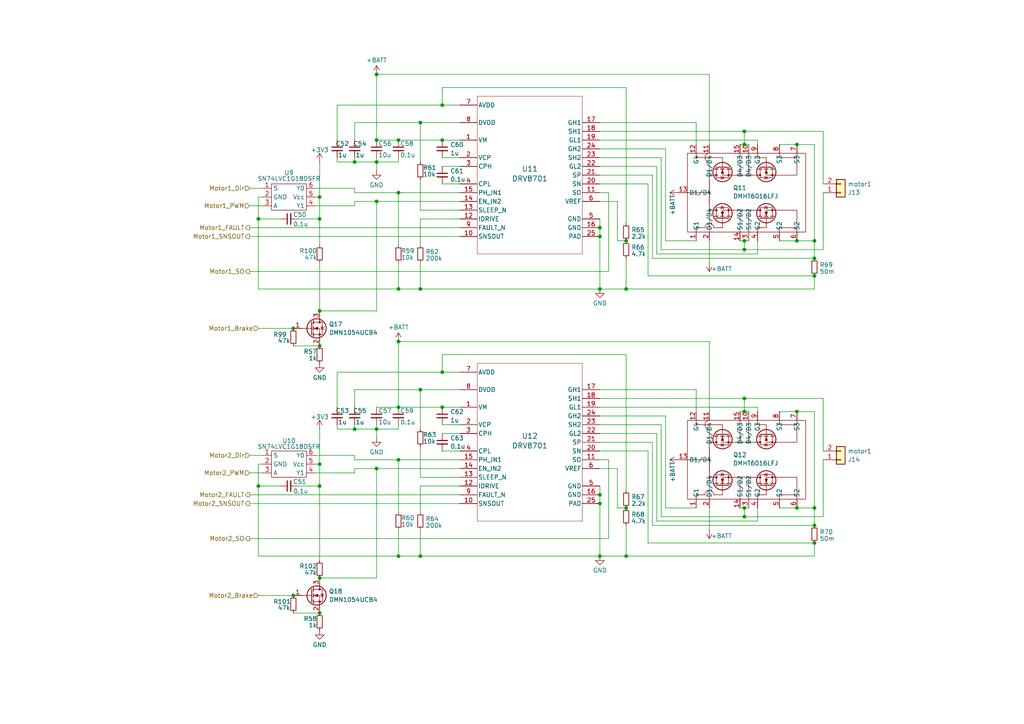
<source format=kicad_sch>
(kicad_sch (version 20231120) (generator "eeschema") (generator_version "8.0")
  (paper "A4")
  (lib_symbols
    (symbol "Connector_Generic:Conn_01x02" (pin_names (offset 1.016) hide)
      (property "Reference" "J" (at 0 2.54 0))
      (property "Value" "Conn_01x02" (at 0 -5.08 0))
      (symbol "Conn_01x02_1_1"
        (rectangle (start -1.27 -2.413) (end 0 -2.667) (stroke (width 0.1524)))
        (rectangle (start -1.27 0.127) (end 0 -0.127) (stroke (width 0.1524)))
        (rectangle (start -1.27 1.27) (end 1.27 -3.81) (stroke (width 0.254)) (fill (type background)))
        (pin passive line (at -5.08 0 0) (length 3.81) (name "Pin_1") (number "1"))
        (pin passive line (at -5.08 -2.54 0) (length 3.81) (name "Pin_2") (number "2"))
      )
    )
    (symbol "Device:C_Small" (pin_numbers hide) (pin_names (offset 0.254) hide)
      (property "Reference" "C" (at 0.254 1.778 0))
      (property "Value" "C_Small" (at 0.254 -2.032 0))
      (symbol "C_Small_0_1"
        (polyline (pts (xy -1.524 -0.508) (xy 1.524 -0.508)) (stroke (width 0.3302)))
        (polyline (pts (xy -1.524 0.508) (xy 1.524 0.508)) (stroke (width 0.3048)))
      )
      (symbol "C_Small_1_1"
        (pin passive line (at 0 2.54 270) (length 2.032) (name "~") (number "1"))
        (pin passive line (at 0 -2.54 90) (length 2.032) (name "~") (number "2"))
      )
    )
    (symbol "Device:Q_NMOS_GSD" (pin_names (offset 0) hide)
      (property "Reference" "Q" (at 5.08 1.27 0))
      (property "Value" "Q_NMOS_GSD" (at 5.08 -1.27 0))
      (symbol "Q_NMOS_GSD_0_1"
        (polyline (pts (xy 0.254 0) (xy -2.54 0)))
        (polyline (pts (xy 0.254 1.905) (xy 0.254 -1.905)) (stroke (width 0.254)))
        (polyline (pts (xy 0.762 -1.27) (xy 0.762 -2.286)) (stroke (width 0.254)))
        (polyline (pts (xy 0.762 0.508) (xy 0.762 -0.508)) (stroke (width 0.254)))
        (polyline (pts (xy 0.762 2.286) (xy 0.762 1.27)) (stroke (width 0.254)))
        (polyline (pts (xy 2.54 2.54) (xy 2.54 1.778)))
        (polyline (pts (xy 2.54 -2.54) (xy 2.54 0) (xy 0.762 0)))
        (polyline (pts (xy 0.762 -1.778) (xy 3.302 -1.778) (xy 3.302 1.778) (xy 0.762 1.778)))
        (polyline (pts (xy 1.016 0) (xy 2.032 0.381) (xy 2.032 -0.381) (xy 1.016 0)) (fill (type outline)))
        (polyline (pts (xy 2.794 0.508) (xy 2.921 0.381) (xy 3.683 0.381) (xy 3.81 0.254)))
        (polyline (pts (xy 3.302 0.381) (xy 2.921 -0.254) (xy 3.683 -0.254) (xy 3.302 0.381)))
        (circle (center 1.651 0) (radius 2.794) (stroke (width 0.254)))
        (circle (center 2.54 -1.778) (radius 0.254) (fill (type outline)))
        (circle (center 2.54 1.778) (radius 0.254) (fill (type outline)))
      )
      (symbol "Q_NMOS_GSD_1_1"
        (pin input line (at -5.08 0 0) (length 2.54) (name "G") (number "1"))
        (pin passive line (at 2.54 -5.08 90) (length 2.54) (name "S") (number "2"))
        (pin passive line (at 2.54 5.08 270) (length 2.54) (name "D") (number "3"))
      )
    )
    (symbol "Device:R_Small" (pin_numbers hide) (pin_names (offset 0.254) hide)
      (property "Reference" "R" (at 0.762 0.508 0))
      (property "Value" "R_Small" (at 0.762 -1.016 0))
      (symbol "R_Small_0_1"
        (rectangle (start -0.762 1.778) (end 0.762 -1.778) (stroke (width 0.2032)))
      )
      (symbol "R_Small_1_1"
        (pin passive line (at 0 2.54 270) (length 0.762) (name "~") (number "1"))
        (pin passive line (at 0 -2.54 90) (length 0.762) (name "~") (number "2"))
      )
    )
    (symbol "SN74LVC1G18_1"
      (property "Reference" "U" (at 0 1.778 0))
      (property "Value" "SN74LVC1G18" (at 0 0 0))
      (symbol "SN74LVC1G18_1_0_1"
        (rectangle (start -5.08 -1.27) (end 5.08 -8.89))
      )
      (symbol "SN74LVC1G18_1_1_1"
        (pin bidirectional line (at -7.62 -2.54 0) (length 2.54) (name "S") (number "1"))
        (pin power_in line (at -7.62 -5.08 0) (length 2.54) (name "GND") (number "2"))
        (pin bidirectional line (at -7.62 -7.62 0) (length 2.54) (name "A") (number "3"))
        (pin output line (at 7.62 -7.62 180) (length 2.54) (name "Y1") (number "4"))
        (pin power_in line (at 7.62 -5.08 180) (length 2.54) (name "Vcc") (number "5"))
        (pin output line (at 7.62 -2.54 180) (length 2.54) (name "Y0") (number "6"))
      )
    )
    (symbol "power:+3V3" (power) (pin_numbers hide) (pin_names (offset 0) hide)
      (property "Value" "+3V3" (at 0 3.556 0))
      (symbol "+3V3_0_1"
        (polyline (pts (xy -0.762 1.27) (xy 0 2.54)))
        (polyline (pts (xy 0 0) (xy 0 2.54)))
        (polyline (pts (xy 0 2.54) (xy 0.762 1.27)))
      )
      (symbol "+3V3_1_1"
        (pin power_in line (at 0 0 90) (length 0) (name "~") (number "1"))
      )
    )
    (symbol "power:+BATT" (power) (pin_numbers hide) (pin_names (offset 0) hide)
      (property "Value" "+BATT" (at 0 3.556 0))
      (symbol "+BATT_0_1"
        (polyline (pts (xy -0.762 1.27) (xy 0 2.54)))
        (polyline (pts (xy 0 0) (xy 0 2.54)))
        (polyline (pts (xy 0 2.54) (xy 0.762 1.27)))
      )
      (symbol "+BATT_1_1"
        (pin power_in line (at 0 0 90) (length 0) (name "~") (number "1"))
      )
    )
    (symbol "power:GND" (power) (pin_numbers hide) (pin_names (offset 0) hide)
      (property "Value" "GND" (at 0 -3.81 0))
      (symbol "GND_0_1"
        (polyline (pts (xy 0 0) (xy 0 -1.27) (xy 1.27 -1.27) (xy 0 -2.54) (xy -1.27 -1.27) (xy 0 -1.27)))
      )
      (symbol "GND_1_1"
        (pin power_in line (at 0 0 270) (length 0) (name "~") (number "1"))
      )
    )
    (symbol "robocon:DMHT6016LFJ"
      (property "Reference" "Q" (at 7.112 13.716 0))
      (property "Value" "DMHT6016LFJ" (at 6.858 11.43 0))
      (symbol "DMHT6016LFJ_0_1"
        (rectangle (start -11.43 10.16) (end 11.43 -24.13))
        (arc (start -10.16 2.54) (mid -9.262 2.912) (end -8.89 3.81))
        (arc (start -8.89 3.81) (mid -9.262 4.708) (end -10.16 5.08))
        (circle (center -5.969 -12.7) (radius 2.794) (stroke (width 0.254)))
        (circle (center -5.969 0) (radius 2.794) (stroke (width 0.254)))
        (circle (center -5.08 -14.478) (radius 0.254) (fill (type outline)))
        (circle (center -5.08 -10.922) (radius 0.254) (fill (type outline)))
        (circle (center -5.08 -1.778) (radius 0.254) (fill (type outline)))
        (circle (center -5.08 1.778) (radius 0.254) (fill (type outline)))
        (polyline (pts (xy -11.43 -7.62) (xy -5.08 -7.62)))
        (polyline (pts (xy -11.43 -5.08) (xy -5.08 -5.08)))
        (polyline (pts (xy -10.16 0) (xy -10.16 2.54)))
        (polyline (pts (xy -7.366 -12.7) (xy -10.16 -12.7)))
        (polyline (pts (xy -7.366 -10.795) (xy -7.366 -14.605)) (stroke (width 0.254)))
        (polyline (pts (xy -7.366 0) (xy -10.16 0)))
        (polyline (pts (xy -7.366 1.905) (xy -7.366 -1.905)) (stroke (width 0.254)))
        (polyline (pts (xy -6.858 -13.97) (xy -6.858 -14.986)) (stroke (width 0.254)))
        (polyline (pts (xy -6.858 -12.192) (xy -6.858 -13.208)) (stroke (width 0.254)))
        (polyline (pts (xy -6.858 -10.414) (xy -6.858 -11.43)) (stroke (width 0.254)))
        (polyline (pts (xy -6.858 -1.27) (xy -6.858 -2.286)) (stroke (width 0.254)))
        (polyline (pts (xy -6.858 0.508) (xy -6.858 -0.508)) (stroke (width 0.254)))
        (polyline (pts (xy -6.858 2.286) (xy -6.858 1.27)) (stroke (width 0.254)))
        (polyline (pts (xy -5.08 -10.16) (xy -5.08 -10.922)))
        (polyline (pts (xy -5.08 -10.16) (xy -5.08 -8.89)))
        (polyline (pts (xy -5.08 -8.89) (xy -5.08 -2.54)))
        (polyline (pts (xy -5.08 2.54) (xy -5.08 1.778)))
        (polyline (pts (xy -5.08 2.54) (xy -5.08 3.81)))
        (polyline (pts (xy -5.08 3.81) (xy -11.43 3.81)))
        (polyline (pts (xy -5.08 3.81) (xy 3.81 3.81)))
        (polyline (pts (xy 0 10.16) (xy 0 3.81)))
        (polyline (pts (xy 5.08 -10.16) (xy 5.08 -10.922)))
        (polyline (pts (xy 5.08 -10.16) (xy 5.08 -8.89)))
        (polyline (pts (xy 5.08 -8.89) (xy 5.08 -2.54)))
        (polyline (pts (xy 5.08 -5.08) (xy 11.43 -5.08)))
        (polyline (pts (xy 5.08 2.54) (xy 5.08 1.778)))
        (polyline (pts (xy 5.08 2.54) (xy 5.08 3.81)))
        (polyline (pts (xy 5.08 3.81) (xy -3.81 3.81)))
        (polyline (pts (xy 5.08 3.81) (xy 8.89 3.81)))
        (polyline (pts (xy 6.858 -13.97) (xy 6.858 -14.986)) (stroke (width 0.254)))
        (polyline (pts (xy 6.858 -12.192) (xy 6.858 -13.208)) (stroke (width 0.254)))
        (polyline (pts (xy 6.858 -10.414) (xy 6.858 -11.43)) (stroke (width 0.254)))
        (polyline (pts (xy 6.858 -1.27) (xy 6.858 -2.286)) (stroke (width 0.254)))
        (polyline (pts (xy 6.858 0.508) (xy 6.858 -0.508)) (stroke (width 0.254)))
        (polyline (pts (xy 6.858 2.286) (xy 6.858 1.27)) (stroke (width 0.254)))
        (polyline (pts (xy 7.366 -12.7) (xy 10.16 -12.7)))
        (polyline (pts (xy 7.366 -10.795) (xy 7.366 -14.605)) (stroke (width 0.254)))
        (polyline (pts (xy 7.366 0) (xy 10.16 0)))
        (polyline (pts (xy 7.366 1.905) (xy 7.366 -1.905)) (stroke (width 0.254)))
        (polyline (pts (xy 11.43 -7.62) (xy 5.08 -7.62)))
        (polyline (pts (xy -11.43 -10.16) (xy -10.16 -10.16) (xy -10.16 -12.7)))
        (polyline (pts (xy -10.16 -21.59) (xy -10.16 -16.51) (xy -11.43 -16.51)))
        (polyline (pts (xy -10.16 5.08) (xy -10.16 7.62) (xy -11.43 7.62)))
        (polyline (pts (xy -5.08 -15.24) (xy -5.08 -21.59) (xy -11.43 -21.59)))
        (polyline (pts (xy -5.08 -15.24) (xy -5.08 -12.7) (xy -6.858 -12.7)))
        (polyline (pts (xy -5.08 -2.54) (xy -5.08 0) (xy -6.858 0)))
        (polyline (pts (xy 5.08 -15.24) (xy 5.08 -21.59) (xy 11.43 -21.59)))
        (polyline (pts (xy 5.08 -15.24) (xy 5.08 -12.7) (xy 6.858 -12.7)))
        (polyline (pts (xy 5.08 -2.54) (xy 5.08 0) (xy 6.858 0)))
        (polyline (pts (xy 10.16 0) (xy 10.16 7.62) (xy 11.43 7.62)))
        (polyline (pts (xy 11.43 -16.51) (xy 10.16 -16.51) (xy 10.16 -21.59)))
        (polyline (pts (xy 11.43 -10.16) (xy 10.16 -10.16) (xy 10.16 -12.7)))
        (polyline (pts (xy -6.858 -14.478) (xy -4.318 -14.478) (xy -4.318 -10.922) (xy -6.858 -10.922)))
        (polyline (pts (xy -6.858 -1.778) (xy -4.318 -1.778) (xy -4.318 1.778) (xy -6.858 1.778)))
        (polyline (pts (xy -6.604 -12.7) (xy -5.588 -12.319) (xy -5.588 -13.081) (xy -6.604 -12.7)) (fill (type outline)))
        (polyline (pts (xy -6.604 0) (xy -5.588 0.381) (xy -5.588 -0.381) (xy -6.604 0)) (fill (type outline)))
        (polyline (pts (xy -4.826 -12.192) (xy -4.699 -12.319) (xy -3.937 -12.319) (xy -3.81 -12.446)))
        (polyline (pts (xy -4.826 0.508) (xy -4.699 0.381) (xy -3.937 0.381) (xy -3.81 0.254)))
        (polyline (pts (xy -4.318 -12.319) (xy -4.699 -12.954) (xy -3.937 -12.954) (xy -4.318 -12.319)))
        (polyline (pts (xy -4.318 0.381) (xy -4.699 -0.254) (xy -3.937 -0.254) (xy -4.318 0.381)))
        (polyline (pts (xy 4.318 -12.319) (xy 4.699 -12.954) (xy 3.937 -12.954) (xy 4.318 -12.319)))
        (polyline (pts (xy 4.318 0.381) (xy 4.699 -0.254) (xy 3.937 -0.254) (xy 4.318 0.381)))
        (polyline (pts (xy 4.826 -12.192) (xy 4.699 -12.319) (xy 3.937 -12.319) (xy 3.81 -12.446)))
        (polyline (pts (xy 4.826 0.508) (xy 4.699 0.381) (xy 3.937 0.381) (xy 3.81 0.254)))
        (polyline (pts (xy 6.604 -12.7) (xy 5.588 -12.319) (xy 5.588 -13.081) (xy 6.604 -12.7)) (fill (type outline)))
        (polyline (pts (xy 6.604 0) (xy 5.588 0.381) (xy 5.588 -0.381) (xy 6.604 0)) (fill (type outline)))
        (polyline (pts (xy 6.858 -14.478) (xy 4.318 -14.478) (xy 4.318 -10.922) (xy 6.858 -10.922)))
        (polyline (pts (xy 6.858 -1.778) (xy 4.318 -1.778) (xy 4.318 1.778) (xy 6.858 1.778)))
        (circle (center 5.08 -14.478) (radius 0.254) (fill (type outline)))
        (circle (center 5.08 -10.922) (radius 0.254) (fill (type outline)))
        (circle (center 5.08 -1.778) (radius 0.254) (fill (type outline)))
        (circle (center 5.08 1.778) (radius 0.254) (fill (type outline)))
        (circle (center 5.969 -12.7) (radius 2.794) (stroke (width 0.254)))
        (circle (center 5.969 0) (radius 2.794) (stroke (width 0.254)))
        (arc (start 10.16 5.08) (mid 9.262 4.708) (end 8.89 3.81))
        (arc (start 11.43 3.81) (mid 11.058 4.708) (end 10.16 5.08))
      )
      (symbol "DMHT6016LFJ_1_1"
        (pin passive line (at -13.97 7.62 0) (length 2.54) (name "G1") (number "1"))
        (pin passive line (at 13.97 -7.62 180) (length 2.54) (name "D4/D3") (number "10"))
        (pin passive line (at 13.97 3.81 180) (length 2.54) (name "D1/D4") (number "11"))
        (pin passive line (at 13.97 7.62 180) (length 2.54) (name "G4") (number "12"))
        (pin passive line (at 0 12.7 270) (length 2.54) (name "D1/D4") (number "13"))
        (pin passive line (at -13.97 -5.08 0) (length 2.54) (name "S1/D2") (number "14"))
        (pin passive line (at 13.97 -5.08 180) (length 2.54) (name "D4/D3") (number "15"))
        (pin passive line (at -13.97 3.81 0) (length 2.54) (name "D1/D4") (number "2"))
        (pin passive line (at -13.97 -7.62 0) (length 2.54) (name "S1/D2") (number "3"))
        (pin passive line (at -13.97 -10.16 0) (length 2.54) (name "G2") (number "4"))
        (pin passive line (at -13.97 -16.51 0) (length 2.54) (name "S2") (number "5"))
        (pin passive line (at -13.97 -21.59 0) (length 2.54) (name "S2") (number "6"))
        (pin passive line (at 13.97 -21.59 180) (length 2.54) (name "S3") (number "7"))
        (pin passive line (at 13.97 -16.51 180) (length 2.54) (name "S3") (number "8"))
        (pin passive line (at 13.97 -10.16 180) (length 2.54) (name "G3") (number "9"))
      )
    )
    (symbol "robocon:DRV8701" (pin_names (offset 0.254))
      (property "Reference" "U" (at 0 12.7 0))
      (property "Value" "DRV8701" (at 0 10.16 0))
      (symbol "DRV8701_0_1"
        (polyline (pts (xy -15.24 -22.86) (xy 15.24 -22.86)) (stroke (width 0.1016)))
        (polyline (pts (xy -15.24 22.86) (xy -15.24 -22.86)) (stroke (width 0.1016)))
        (polyline (pts (xy 15.24 -22.86) (xy 15.24 22.86)) (stroke (width 0.1016)))
        (polyline (pts (xy 15.24 22.86) (xy -15.24 22.86)) (stroke (width 0.1016)))
        (pin power_in line (at -20.32 10.16 0) (length 5.08) (name "VM") (number "1"))
        (pin open_collector line (at -20.32 -17.78 0) (length 5.08) (name "SNSOUT") (number "10"))
        (pin output line (at 20.32 -5.08 180) (length 5.08) (name "SO") (number "11"))
        (pin input line (at -20.32 -12.7 0) (length 5.08) (name "IDRIVE") (number "12"))
        (pin input line (at -20.32 -10.16 0) (length 5.08) (name "SLEEP_N") (number "13"))
        (pin input line (at -20.32 -7.62 0) (length 5.08) (name "EN_IN2") (number "14"))
        (pin input line (at -20.32 -5.08 0) (length 5.08) (name "PH_IN1") (number "15"))
        (pin power_in line (at 20.32 -15.24 180) (length 5.08) (name "GND") (number "16"))
        (pin input line (at 20.32 12.7 180) (length 5.08) (name "SH1") (number "18"))
        (pin output line (at 20.32 10.16 180) (length 5.08) (name "GL1") (number "19"))
        (pin input line (at 20.32 -2.54 180) (length 5.08) (name "SN") (number "20"))
        (pin input line (at 20.32 0 180) (length 5.08) (name "SP") (number "21"))
        (pin output line (at 20.32 2.54 180) (length 5.08) (name "GL2") (number "22"))
        (pin input line (at 20.32 5.08 180) (length 5.08) (name "SH2") (number "23"))
        (pin power_in line (at 20.32 -17.78 180) (length 5.08) (name "PAD") (number "25"))
        (pin power_in line (at 20.32 -12.7 180) (length 5.08) (name "GND") (number "5"))
        (pin input line (at 20.32 -7.62 180) (length 5.08) (name "VREF") (number "6"))
        (pin open_collector line (at -20.32 -15.24 0) (length 5.08) (name "FAULT_N") (number "9"))
      )
      (symbol "DRV8701_1_1"
        (pin power_out line (at 20.32 15.24 180) (length 5.08) (name "GH1") (number "17"))
        (pin input line (at -20.32 5.08 0) (length 5.08) (name "VCP") (number "2"))
        (pin power_out line (at 20.32 7.62 180) (length 5.08) (name "GH2") (number "24"))
        (pin bidirectional line (at -20.32 2.54 0) (length 5.08) (name "CPH") (number "3"))
        (pin bidirectional line (at -20.32 -2.54 0) (length 5.08) (name "CPL") (number "4"))
        (pin power_out line (at -20.32 20.32 0) (length 5.08) (name "AVDD") (number "7"))
        (pin power_out line (at -20.32 15.24 0) (length 5.08) (name "DVDD") (number "8"))
      )
    )
    (symbol "robocon:SN74LVC1G18"
      (property "Reference" "U" (at 0 0 0))
      (symbol "SN74LVC1G18_0_1"
        (rectangle (start -5.08 -1.27) (end 5.08 -8.89))
      )
      (symbol "SN74LVC1G18_1_1"
        (pin bidirectional line (at -7.62 -2.54 0) (length 2.54) (name "S") (number "1"))
        (pin power_in line (at -7.62 -5.08 0) (length 2.54) (name "GND") (number "2"))
        (pin bidirectional line (at -7.62 -7.62 0) (length 2.54) (name "A") (number "3"))
        (pin output line (at 7.62 -7.62 180) (length 2.54) (name "Y1") (number "4"))
        (pin power_in line (at 7.62 -5.08 180) (length 2.54) (name "Vcc") (number "5"))
        (pin output line (at 7.62 -2.54 180) (length 2.54) (name "Y0") (number "6"))
      )
    )
  )
  (junction (at 115.57 133.35))
  (junction (at 173.99 83.82))
  (junction (at 181.61 69.85))
  (junction (at 92.71 140.97))
  (junction (at 173.99 68.58))
  (junction (at 74.93 140.97))
  (junction (at 215.9 69.85))
  (junction (at 85.09 95.25))
  (junction (at 121.92 161.29))
  (junction (at 92.71 63.5))
  (junction (at 121.92 35.56))
  (junction (at 173.99 146.05))
  (junction (at 74.93 63.5))
  (junction (at 121.92 83.82))
  (junction (at 236.22 74.93))
  (junction (at 109.22 58.42))
  (junction (at 173.99 66.04))
  (junction (at 181.61 83.82))
  (junction (at 231.14 119.38))
  (junction (at 215.9 119.38))
  (junction (at 109.22 135.89))
  (junction (at 115.57 55.88))
  (junction (at 115.57 118.11))
  (junction (at 215.9 149.86))
  (junction (at 236.22 147.32))
  (junction (at 236.22 69.85))
  (junction (at 236.22 80.01))
  (junction (at 109.22 46.99))
  (junction (at 231.14 147.32))
  (junction (at 215.9 41.91))
  (junction (at 236.22 152.4))
  (junction (at 109.22 124.46))
  (junction (at 102.87 124.46))
  (junction (at 92.71 167.64))
  (junction (at 121.92 113.03))
  (junction (at 92.71 134.62))
  (junction (at 109.22 21.59))
  (junction (at 115.57 161.29))
  (junction (at 231.14 41.91))
  (junction (at 231.14 69.85))
  (junction (at 128.27 30.48))
  (junction (at 85.09 172.72))
  (junction (at 181.61 161.29))
  (junction (at 109.22 40.64))
  (junction (at 128.27 107.95))
  (junction (at 215.9 147.32))
  (junction (at 181.61 147.32))
  (junction (at 128.27 118.11))
  (junction (at 115.57 40.64))
  (junction (at 236.22 157.48))
  (junction (at 173.99 161.29))
  (junction (at 115.57 99.06))
  (junction (at 102.87 46.99))
  (junction (at 92.71 100.33))
  (junction (at 215.9 115.57))
  (junction (at 128.27 40.64))
  (junction (at 92.71 90.17))
  (junction (at 115.57 83.82))
  (junction (at 92.71 57.15))
  (junction (at 173.99 143.51))
  (junction (at 92.71 177.8))
  (junction (at 215.9 72.39))
  (junction (at 215.9 38.1))
  (wire (pts (xy 121.92 71.12) (xy 121.92 63.5)))
  (wire (pts (xy 238.76 38.1) (xy 238.76 53.34)))
  (wire (pts (xy 115.57 124.46) (xy 115.57 123.19)))
  (wire (pts (xy 115.57 133.35) (xy 133.35 133.35)))
  (wire (pts (xy 109.22 135.89) (xy 109.22 167.64)))
  (wire (pts (xy 121.92 113.03) (xy 121.92 124.46)))
  (wire (pts (xy 109.22 124.46) (xy 109.22 123.19)))
  (wire (pts (xy 115.57 83.82) (xy 121.92 83.82)))
  (wire (pts (xy 92.71 76.2) (xy 92.71 90.17)))
  (wire (pts (xy 191.77 149.86) (xy 215.9 149.86)))
  (wire (pts (xy 92.71 63.5) (xy 92.71 57.15)))
  (wire (pts (xy 173.99 135.89) (xy 179.07 135.89)))
  (wire (pts (xy 92.71 140.97) (xy 92.71 162.56)))
  (wire (pts (xy 231.14 147.32) (xy 236.22 147.32)))
  (wire (pts (xy 205.74 119.38) (xy 205.74 99.06)))
  (wire (pts (xy 97.79 123.19) (xy 97.79 124.46)))
  (wire (pts (xy 121.92 35.56) (xy 121.92 46.99)))
  (wire (pts (xy 173.99 45.72) (xy 191.77 45.72)))
  (wire (pts (xy 74.93 140.97) (xy 81.28 140.97)))
  (wire (pts (xy 173.99 146.05) (xy 173.99 143.51)))
  (wire (pts (xy 181.61 161.29) (xy 173.99 161.29)))
  (wire (pts (xy 215.9 38.1) (xy 215.9 41.91)))
  (wire (pts (xy 181.61 74.93) (xy 181.61 83.82)))
  (wire (pts (xy 190.5 48.26) (xy 190.5 73.66)))
  (wire (pts (xy 238.76 55.88) (xy 238.76 72.39)))
  (wire (pts (xy 236.22 80.01) (xy 236.22 83.82)))
  (wire (pts (xy 173.99 35.56) (xy 201.93 35.56)))
  (wire (pts (xy 102.87 123.19) (xy 102.87 124.46)))
  (wire (pts (xy 128.27 53.34) (xy 133.35 53.34)))
  (wire (pts (xy 91.44 57.15) (xy 92.71 57.15)))
  (wire (pts (xy 115.57 161.29) (xy 121.92 161.29)))
  (wire (pts (xy 72.39 143.51) (xy 133.35 143.51)))
  (wire (pts (xy 191.77 123.19) (xy 191.77 149.86)))
  (wire (pts (xy 115.57 99.06) (xy 205.74 99.06)))
  (wire (pts (xy 173.99 125.73) (xy 190.5 125.73)))
  (wire (pts (xy 173.99 143.51) (xy 173.99 140.97)))
  (wire (pts (xy 72.39 137.16) (xy 76.2 137.16)))
  (wire (pts (xy 133.35 138.43) (xy 121.92 138.43)))
  (wire (pts (xy 109.22 90.17) (xy 92.71 90.17)))
  (wire (pts (xy 215.9 149.86) (xy 215.9 147.32)))
  (wire (pts (xy 173.99 53.34) (xy 187.96 53.34)))
  (wire (pts (xy 205.74 147.32) (xy 205.74 153.67)))
  (wire (pts (xy 102.87 54.61) (xy 102.87 55.88)))
  (wire (pts (xy 91.44 59.69) (xy 102.87 59.69)))
  (wire (pts (xy 92.71 100.33) (xy 85.09 100.33)))
  (wire (pts (xy 133.35 60.96) (xy 121.92 60.96)))
  (wire (pts (xy 92.71 167.64) (xy 109.22 167.64)))
  (wire (pts (xy 215.9 115.57) (xy 215.9 119.38)))
  (wire (pts (xy 181.61 83.82) (xy 173.99 83.82)))
  (wire (pts (xy 109.22 124.46) (xy 115.57 124.46)))
  (wire (pts (xy 215.9 115.57) (xy 238.76 115.57)))
  (wire (pts (xy 215.9 149.86) (xy 238.76 149.86)))
  (wire (pts (xy 97.79 124.46) (xy 102.87 124.46)))
  (wire (pts (xy 97.79 107.95) (xy 97.79 118.11)))
  (wire (pts (xy 128.27 123.19) (xy 133.35 123.19)))
  (wire (pts (xy 72.39 54.61) (xy 76.2 54.61)))
  (wire (pts (xy 72.39 146.05) (xy 133.35 146.05)))
  (wire (pts (xy 92.71 177.8) (xy 85.09 177.8)))
  (wire (pts (xy 102.87 59.69) (xy 102.87 58.42)))
  (wire (pts (xy 92.71 46.99) (xy 92.71 57.15)))
  (wire (pts (xy 109.22 58.42) (xy 109.22 90.17)))
  (wire (pts (xy 176.53 55.88) (xy 176.53 78.74)))
  (wire (pts (xy 121.92 161.29) (xy 173.99 161.29)))
  (wire (pts (xy 109.22 46.99) (xy 115.57 46.99)))
  (wire (pts (xy 201.93 113.03) (xy 201.93 119.38)))
  (wire (pts (xy 179.07 147.32) (xy 181.61 147.32)))
  (wire (pts (xy 173.99 123.19) (xy 191.77 123.19)))
  (wire (pts (xy 74.93 172.72) (xy 85.09 172.72)))
  (wire (pts (xy 173.99 118.11) (xy 219.71 118.11)))
  (wire (pts (xy 193.04 120.65) (xy 193.04 147.32)))
  (wire (pts (xy 74.93 63.5) (xy 81.28 63.5)))
  (wire (pts (xy 121.92 153.67) (xy 121.92 161.29)))
  (wire (pts (xy 191.77 45.72) (xy 191.77 72.39)))
  (wire (pts (xy 173.99 48.26) (xy 190.5 48.26)))
  (wire (pts (xy 187.96 157.48) (xy 236.22 157.48)))
  (wire (pts (xy 102.87 132.08) (xy 102.87 133.35)))
  (wire (pts (xy 236.22 147.32) (xy 236.22 152.4)))
  (wire (pts (xy 236.22 41.91) (xy 236.22 69.85)))
  (wire (pts (xy 173.99 68.58) (xy 173.99 66.04)))
  (wire (pts (xy 74.93 57.15) (xy 74.93 63.5)))
  (wire (pts (xy 97.79 45.72) (xy 97.79 46.99)))
  (wire (pts (xy 133.35 48.26) (xy 128.27 48.26)))
  (wire (pts (xy 121.92 35.56) (xy 133.35 35.56)))
  (wire (pts (xy 102.87 113.03) (xy 102.87 118.11)))
  (wire (pts (xy 102.87 35.56) (xy 121.92 35.56)))
  (wire (pts (xy 102.87 55.88) (xy 115.57 55.88)))
  (wire (pts (xy 76.2 57.15) (xy 74.93 57.15)))
  (wire (pts (xy 133.35 125.73) (xy 128.27 125.73)))
  (wire (pts (xy 97.79 30.48) (xy 97.79 40.64)))
  (wire (pts (xy 109.22 40.64) (xy 115.57 40.64)))
  (wire (pts (xy 219.71 40.64) (xy 219.71 41.91)))
  (wire (pts (xy 97.79 46.99) (xy 102.87 46.99)))
  (wire (pts (xy 189.23 152.4) (xy 236.22 152.4)))
  (wire (pts (xy 109.22 49.53) (xy 109.22 46.99)))
  (wire (pts (xy 201.93 35.56) (xy 201.93 41.91)))
  (wire (pts (xy 181.61 25.4) (xy 181.61 64.77)))
  (wire (pts (xy 91.44 137.16) (xy 102.87 137.16)))
  (wire (pts (xy 231.14 41.91) (xy 236.22 41.91)))
  (wire (pts (xy 187.96 53.34) (xy 187.96 80.01)))
  (wire (pts (xy 215.9 41.91) (xy 217.17 41.91)))
  (wire (pts (xy 109.22 46.99) (xy 109.22 45.72)))
  (wire (pts (xy 190.5 125.73) (xy 190.5 151.13)))
  (wire (pts (xy 179.07 69.85) (xy 181.61 69.85)))
  (wire (pts (xy 181.61 83.82) (xy 236.22 83.82)))
  (wire (pts (xy 115.57 55.88) (xy 133.35 55.88)))
  (wire (pts (xy 219.71 147.32) (xy 219.71 151.13)))
  (wire (pts (xy 173.99 128.27) (xy 189.23 128.27)))
  (wire (pts (xy 121.92 60.96) (xy 121.92 52.07)))
  (wire (pts (xy 173.99 68.58) (xy 173.99 83.82)))
  (wire (pts (xy 102.87 137.16) (xy 102.87 135.89)))
  (wire (pts (xy 121.92 113.03) (xy 133.35 113.03)))
  (wire (pts (xy 128.27 107.95) (xy 133.35 107.95)))
  (wire (pts (xy 115.57 99.06) (xy 115.57 118.11)))
  (wire (pts (xy 236.22 119.38) (xy 236.22 147.32)))
  (wire (pts (xy 236.22 157.48) (xy 236.22 161.29)))
  (wire (pts (xy 115.57 55.88) (xy 115.57 71.12)))
  (wire (pts (xy 109.22 58.42) (xy 133.35 58.42)))
  (wire (pts (xy 102.87 45.72) (xy 102.87 46.99)))
  (wire (pts (xy 128.27 30.48) (xy 133.35 30.48)))
  (wire (pts (xy 226.06 41.91) (xy 231.14 41.91)))
  (wire (pts (xy 121.92 140.97) (xy 133.35 140.97)))
  (wire (pts (xy 128.27 102.87) (xy 181.61 102.87)))
  (wire (pts (xy 76.2 134.62) (xy 74.93 134.62)))
  (wire (pts (xy 115.57 118.11) (xy 128.27 118.11)))
  (wire (pts (xy 91.44 134.62) (xy 92.71 134.62)))
  (wire (pts (xy 115.57 118.11) (xy 109.22 118.11)))
  (wire (pts (xy 181.61 102.87) (xy 181.61 142.24)))
  (wire (pts (xy 74.93 83.82) (xy 115.57 83.82)))
  (wire (pts (xy 173.99 113.03) (xy 201.93 113.03)))
  (wire (pts (xy 173.99 40.64) (xy 219.71 40.64)))
  (wire (pts (xy 181.61 161.29) (xy 236.22 161.29)))
  (wire (pts (xy 102.87 133.35) (xy 115.57 133.35)))
  (wire (pts (xy 74.93 140.97) (xy 74.93 161.29)))
  (wire (pts (xy 173.99 43.18) (xy 193.04 43.18)))
  (wire (pts (xy 179.07 135.89) (xy 179.07 147.32)))
  (wire (pts (xy 193.04 43.18) (xy 193.04 69.85)))
  (wire (pts (xy 187.96 130.81) (xy 187.96 157.48)))
  (wire (pts (xy 115.57 40.64) (xy 128.27 40.64)))
  (wire (pts (xy 102.87 35.56) (xy 102.87 40.64)))
  (wire (pts (xy 173.99 58.42) (xy 179.07 58.42)))
  (wire (pts (xy 97.79 107.95) (xy 128.27 107.95)))
  (wire (pts (xy 109.22 135.89) (xy 133.35 135.89)))
  (wire (pts (xy 214.63 119.38) (xy 215.9 119.38)))
  (wire (pts (xy 173.99 120.65) (xy 193.04 120.65)))
  (wire (pts (xy 226.06 147.32) (xy 231.14 147.32)))
  (wire (pts (xy 215.9 38.1) (xy 238.76 38.1)))
  (wire (pts (xy 128.27 45.72) (xy 133.35 45.72)))
  (wire (pts (xy 115.57 133.35) (xy 115.57 148.59)))
  (wire (pts (xy 205.74 41.91) (xy 205.74 21.59)))
  (wire (pts (xy 121.92 63.5) (xy 133.35 63.5)))
  (wire (pts (xy 72.39 68.58) (xy 133.35 68.58)))
  (wire (pts (xy 173.99 55.88) (xy 176.53 55.88)))
  (wire (pts (xy 115.57 153.67) (xy 115.57 161.29)))
  (wire (pts (xy 109.22 21.59) (xy 205.74 21.59)))
  (wire (pts (xy 214.63 147.32) (xy 215.9 147.32)))
  (wire (pts (xy 86.36 63.5) (xy 92.71 63.5)))
  (wire (pts (xy 193.04 147.32) (xy 201.93 147.32)))
  (wire (pts (xy 193.04 69.85) (xy 201.93 69.85)))
  (wire (pts (xy 121.92 138.43) (xy 121.92 129.54)))
  (wire (pts (xy 121.92 83.82) (xy 173.99 83.82)))
  (wire (pts (xy 74.93 161.29) (xy 115.57 161.29)))
  (wire (pts (xy 214.63 41.91) (xy 215.9 41.91)))
  (wire (pts (xy 72.39 59.69) (xy 76.2 59.69)))
  (wire (pts (xy 121.92 148.59) (xy 121.92 140.97)))
  (wire (pts (xy 102.87 58.42) (xy 109.22 58.42)))
  (wire (pts (xy 72.39 132.08) (xy 76.2 132.08)))
  (wire (pts (xy 102.87 135.89) (xy 109.22 135.89)))
  (wire (pts (xy 173.99 146.05) (xy 173.99 161.29)))
  (wire (pts (xy 190.5 151.13) (xy 219.71 151.13)))
  (wire (pts (xy 86.36 140.97) (xy 92.71 140.97)))
  (wire (pts (xy 128.27 25.4) (xy 181.61 25.4)))
  (wire (pts (xy 219.71 118.11) (xy 219.71 119.38)))
  (wire (pts (xy 173.99 130.81) (xy 187.96 130.81)))
  (wire (pts (xy 121.92 76.2) (xy 121.92 83.82)))
  (wire (pts (xy 214.63 69.85) (xy 215.9 69.85)))
  (wire (pts (xy 190.5 73.66) (xy 219.71 73.66)))
  (wire (pts (xy 109.22 21.59) (xy 109.22 40.64)))
  (wire (pts (xy 189.23 74.93) (xy 236.22 74.93)))
  (wire (pts (xy 187.96 80.01) (xy 236.22 80.01)))
  (wire (pts (xy 102.87 46.99) (xy 109.22 46.99)))
  (wire (pts (xy 91.44 132.08) (xy 102.87 132.08)))
  (wire (pts (xy 189.23 50.8) (xy 189.23 74.93)))
  (wire (pts (xy 173.99 50.8) (xy 189.23 50.8)))
  (wire (pts (xy 102.87 124.46) (xy 109.22 124.46)))
  (wire (pts (xy 92.71 63.5) (xy 92.71 71.12)))
  (wire (pts (xy 238.76 115.57) (xy 238.76 130.81)))
  (wire (pts (xy 128.27 118.11) (xy 133.35 118.11)))
  (wire (pts (xy 128.27 130.81) (xy 133.35 130.81)))
  (wire (pts (xy 92.71 140.97) (xy 92.71 134.62)))
  (wire (pts (xy 189.23 128.27) (xy 189.23 152.4)))
  (wire (pts (xy 238.76 133.35) (xy 238.76 149.86)))
  (wire (pts (xy 231.14 119.38) (xy 236.22 119.38)))
  (wire (pts (xy 115.57 76.2) (xy 115.57 83.82)))
  (wire (pts (xy 179.07 58.42) (xy 179.07 69.85)))
  (wire (pts (xy 173.99 38.1) (xy 215.9 38.1)))
  (wire (pts (xy 109.22 127) (xy 109.22 124.46)))
  (wire (pts (xy 176.53 133.35) (xy 176.53 156.21)))
  (wire (pts (xy 92.71 124.46) (xy 92.71 134.62)))
  (wire (pts (xy 226.06 69.85) (xy 231.14 69.85)))
  (wire (pts (xy 72.39 66.04) (xy 133.35 66.04)))
  (wire (pts (xy 181.61 152.4) (xy 181.61 161.29)))
  (wire (pts (xy 215.9 72.39) (xy 238.76 72.39)))
  (wire (pts (xy 226.06 119.38) (xy 231.14 119.38)))
  (wire (pts (xy 128.27 40.64) (xy 133.35 40.64)))
  (wire (pts (xy 74.93 95.25) (xy 85.09 95.25)))
  (wire (pts (xy 97.79 30.48) (xy 128.27 30.48)))
  (wire (pts (xy 219.71 69.85) (xy 219.71 73.66)))
  (wire (pts (xy 215.9 119.38) (xy 217.17 119.38)))
  (wire (pts (xy 72.39 156.21) (xy 176.53 156.21)))
  (wire (pts (xy 173.99 66.04) (xy 173.99 63.5)))
  (wire (pts (xy 128.27 25.4) (xy 128.27 30.48)))
  (wire (pts (xy 205.74 69.85) (xy 205.74 76.2)))
  (wire (pts (xy 74.93 134.62) (xy 74.93 140.97)))
  (wire (pts (xy 102.87 113.03) (xy 121.92 113.03)))
  (wire (pts (xy 173.99 115.57) (xy 215.9 115.57)))
  (wire (pts (xy 173.99 133.35) (xy 176.53 133.35)))
  (wire (pts (xy 115.57 46.99) (xy 115.57 45.72)))
  (wire (pts (xy 72.39 78.74) (xy 176.53 78.74)))
  (wire (pts (xy 215.9 72.39) (xy 215.9 69.85)))
  (wire (pts (xy 91.44 54.61) (xy 102.87 54.61)))
  (wire (pts (xy 215.9 147.32) (xy 217.17 147.32)))
  (wire (pts (xy 231.14 69.85) (xy 236.22 69.85)))
  (wire (pts (xy 215.9 69.85) (xy 217.17 69.85)))
  (wire (pts (xy 236.22 69.85) (xy 236.22 74.93)))
  (wire (pts (xy 74.93 63.5) (xy 74.93 83.82)))
  (wire (pts (xy 128.27 102.87) (xy 128.27 107.95)))
  (wire (pts (xy 191.77 72.39) (xy 215.9 72.39)))
  (hierarchical_label "Motor2_FAULT" (shape output) (at 72.39 143.51 180))
  (hierarchical_label "Motor2_Brake" (shape input) (at 74.93 172.72 180))
  (hierarchical_label "Motor1_PWM" (shape input) (at 72.39 59.69 180))
  (hierarchical_label "Motor2_Dir" (shape input) (at 72.39 132.08 180))
  (hierarchical_label "Motor1_FAULT" (shape output) (at 72.39 66.04 180))
  (hierarchical_label "Motor2_SNSOUT" (shape output) (at 72.39 146.05 180))
  (hierarchical_label "Motor1_SO" (shape output) (at 72.39 78.74 180))
  (hierarchical_label "Motor2_PWM" (shape input) (at 72.39 137.16 180))
  (hierarchical_label "Motor1_SNSOUT" (shape output) (at 72.39 68.58 180))
  (hierarchical_label "Motor2_SO" (shape output) (at 72.39 156.21 180))
  (hierarchical_label "Motor1_Dir" (shape input) (at 72.39 54.61 180))
  (hierarchical_label "Motor1_Brake" (shape input) (at 74.93 95.25 180))
  (symbol (lib_id "Device:C_Small") (at 102.87 43.18 0) (unit 1)
    (property "Reference" "C54" (at 104.394 41.656 0))
    (property "Value" "1u" (at 104.394 44.958 0))
    (property "Footprint" "Capacitor_SMD:C_0402_1005Metric" (effects (hide yes)))
    (property "Datasheet" "C77009" (effects (hide yes)))
    (property "Description" "Unpolarized capacitor, small symbol" (effects (hide yes)))
  )
  (symbol (lib_id "Device:R_Small") (at 121.92 151.13 180) (unit 1)
    (property "Reference" "R64" (at 123.4186 150.4863 0) (effects (justify right)))
    (property "Value" "200k" (at 123.4186 152.4073 0) (effects (justify right)))
    (property "Footprint" "Resistor_SMD:R_0402_1005Metric" (effects (hide yes)))
    (property "Datasheet" "C25764" (effects (hide yes)))
    (property "Description" "Resistor, small symbol" (effects (hide yes)))
  )
  (symbol (lib_id "Device:Q_NMOS_GSD") (at 90.17 95.25 0) (unit 1)
    (property "Reference" "Q17" (at 95.377 94.0379 0) (effects (justify left)))
    (property "Value" "DMN1054UCB4" (at 95.377 96.4621 0) (effects (justify left)))
    (property "Footprint" "robot_contest:DMN1054UCB4" (effects (hide yes)))
    (property "Datasheet" "C2983694" (effects (hide yes)))
    (property "Description" "N-MOSFET transistor, gate/source/drain" (effects (hide yes)))
  )
  (symbol (lib_id "Device:R_Small") (at 115.57 151.13 180) (unit 1)
    (property "Reference" "R60" (at 116.332 150.225 0) (effects (justify right)))
    (property "Value" "10k" (at 116.332 152.146 0) (effects (justify right)))
    (property "Footprint" "Resistor_SMD:R_0402_1005Metric" (effects (hide yes)))
    (property "Datasheet" "C2906885" (effects (hide yes)))
    (property "Description" "Resistor, small symbol" (effects (hide yes)))
  )
  (symbol (lib_id "Device:R_Small") (at 236.22 77.47 180) (unit 1)
    (property "Reference" "R69" (at 237.7186 76.8263 0) (effects (justify right)))
    (property "Value" "50m" (at 237.7186 78.7473 0) (effects (justify right)))
    (property "Footprint" "Resistor_SMD:R_1206_3216Metric" (effects (hide yes)))
    (property "Datasheet" "C5121702" (effects (hide yes)))
    (property "Description" "Resistor, small symbol" (effects (hide yes)))
  )
  (symbol (lib_id "power:+3V3") (at 92.71 124.46 0) (unit 1)
    (property "Reference" "#PWR097" (effects (hide yes)))
    (property "Value" "+3V3" (at 92.71 120.9581 0))
    (property "Description" "Power symbol creates a global label with name \"+3V3\"" (effects (hide yes)))
  )
  (symbol (lib_id "robocon:DMHT6016LFJ") (at 209.55 55.88 90) (unit 1)
    (property "Reference" "Q11" (at 212.598 54.4717 90) (effects (justify right)))
    (property "Value" "DMHT6016LFJ" (at 212.598 56.896 90) (effects (justify right)))
    (property "Footprint" "robot_contest:V-DFN5045-12_DIO" (effects (hide yes)))
    (property "Datasheet" "C460986" (effects (hide yes)))
  )
  (symbol (lib_id "Device:R_Small") (at 181.61 67.31 180) (unit 1)
    (property "Reference" "R65" (at 183.1086 66.6663 0) (effects (justify right)))
    (property "Value" "2.2k" (at 183.1086 68.5873 0) (effects (justify right)))
    (property "Footprint" "Resistor_SMD:R_0402_1005Metric" (effects (hide yes)))
    (property "Datasheet" "C163447" (effects (hide yes)))
    (property "Description" "Resistor, small symbol" (effects (hide yes)))
  )
  (symbol (lib_id "Device:R_Small") (at 181.61 149.86 180) (unit 1)
    (property "Reference" "R68" (at 183.1086 149.2163 0) (effects (justify right)))
    (property "Value" "4.7k" (at 183.1086 151.1373 0) (effects (justify right)))
    (property "Footprint" "Resistor_SMD:R_0402_1005Metric" (effects (hide yes)))
    (property "Datasheet" "C2906869" (effects (hide yes)))
    (property "Description" "Resistor, small symbol" (effects (hide yes)))
  )
  (symbol (lib_id "Device:R_Small") (at 181.61 72.39 180) (unit 1)
    (property "Reference" "R66" (at 183.1086 71.7463 0) (effects (justify right)))
    (property "Value" "4.7k" (at 183.1086 73.6673 0) (effects (justify right)))
    (property "Footprint" "Resistor_SMD:R_0402_1005Metric" (effects (hide yes)))
    (property "Datasheet" "C2906869" (effects (hide yes)))
    (property "Description" "Resistor, small symbol" (effects (hide yes)))
  )
  (symbol (lib_name "SN74LVC1G18_1") (lib_id "robocon:SN74LVC1G18") (at 83.82 129.54 0) (unit 1)
    (property "Reference" "U10" (at 83.82 127.8501 0))
    (property "Value" "SN74LVC1G18DSFR" (at 83.82 129.54 0))
    (property "Footprint" "robot_contest:SN74LVC1G18DSFR" (effects (hide yes)))
    (property "Datasheet" "C2861646" (effects (hide yes)))
  )
  (symbol (lib_id "Device:C_Small") (at 97.79 120.65 0) (unit 1)
    (property "Reference" "C53" (at 99.314 119.126 0))
    (property "Value" "1u" (at 99.314 122.428 0))
    (property "Footprint" "Capacitor_SMD:C_0402_1005Metric" (effects (hide yes)))
    (property "Datasheet" "C77009" (effects (hide yes)))
    (property "Description" "Unpolarized capacitor, small symbol" (effects (hide yes)))
  )
  (symbol (lib_id "power:GND") (at 109.22 49.53 0) (unit 1)
    (property "Reference" "#PWR099" (effects (hide yes)))
    (property "Value" "GND" (at 109.22 53.6655 0))
    (property "Description" "Power symbol creates a global label with name \"GND\" , ground" (effects (hide yes)))
  )
  (symbol (lib_id "Device:R_Small") (at 121.92 73.66 180) (unit 1)
    (property "Reference" "R62" (at 123.4186 73.0163 0) (effects (justify right)))
    (property "Value" "200k" (at 123.4186 74.9373 0) (effects (justify right)))
    (property "Footprint" "Resistor_SMD:R_0402_1005Metric" (effects (hide yes)))
    (property "Datasheet" "C25764" (effects (hide yes)))
    (property "Description" "Resistor, small symbol" (effects (hide yes)))
  )
  (symbol (lib_id "power:GND") (at 173.99 161.29 0) (unit 1)
    (property "Reference" "#PWR0103" (effects (hide yes)))
    (property "Value" "GND" (at 173.99 165.4255 0))
    (property "Description" "Power symbol creates a global label with name \"GND\" , ground" (effects (hide yes)))
  )
  (symbol (lib_id "power:+BATT") (at 196.85 133.35 90) (unit 1)
    (property "Reference" "#PWR0131" (effects (hide yes)))
    (property "Value" "+BATT" (at 195.072 136.906 0))
    (property "Description" "Power symbol creates a global label with name \"+BATT\"" (effects (hide yes)))
  )
  (symbol (lib_id "Device:R_Small") (at 92.71 102.87 0) (mirror x) (unit 1)
    (property "Reference" "R57" (at 91.948 101.965 0) (effects (justify right)))
    (property "Value" "1k" (at 91.948 103.886 0) (effects (justify right)))
    (property "Footprint" "Resistor_SMD:R_0402_1005Metric" (effects (hide yes)))
    (property "Datasheet" "C2906885" (effects (hide yes)))
    (property "Description" "Resistor, small symbol" (effects (hide yes)))
  )
  (symbol (lib_id "power:GND") (at 92.71 105.41 0) (mirror y) (unit 1)
    (property "Reference" "#PWR0139" (effects (hide yes)))
    (property "Value" "GND" (at 92.71 109.5455 0))
    (property "Description" "Power symbol creates a global label with name \"GND\" , ground" (effects (hide yes)))
  )
  (symbol (lib_id "power:GND") (at 173.99 83.82 0) (unit 1)
    (property "Reference" "#PWR0102" (effects (hide yes)))
    (property "Value" "GND" (at 173.99 87.9555 0))
    (property "Description" "Power symbol creates a global label with name \"GND\" , ground" (effects (hide yes)))
  )
  (symbol (lib_id "Device:R_Small") (at 236.22 154.94 180) (unit 1)
    (property "Reference" "R70" (at 237.7186 154.2963 0) (effects (justify right)))
    (property "Value" "50m" (at 237.7186 156.2173 0) (effects (justify right)))
    (property "Footprint" "Resistor_SMD:R_1206_3216Metric" (effects (hide yes)))
    (property "Datasheet" "C5121702" (effects (hide yes)))
    (property "Description" "Resistor, small symbol" (effects (hide yes)))
  )
  (symbol (lib_id "Device:R_Small") (at 92.71 180.34 0) (mirror x) (unit 1)
    (property "Reference" "R58" (at 91.948 179.435 0) (effects (justify right)))
    (property "Value" "1k" (at 91.948 181.356 0) (effects (justify right)))
    (property "Footprint" "Resistor_SMD:R_0402_1005Metric" (effects (hide yes)))
    (property "Datasheet" "C2906885" (effects (hide yes)))
    (property "Description" "Resistor, small symbol" (effects (hide yes)))
  )
  (symbol (lib_id "power:GND") (at 92.71 182.88 0) (mirror y) (unit 1)
    (property "Reference" "#PWR0135" (effects (hide yes)))
    (property "Value" "GND" (at 92.71 187.0155 0))
    (property "Description" "Power symbol creates a global label with name \"GND\" , ground" (effects (hide yes)))
  )
  (symbol (lib_id "Device:R_Small") (at 85.09 175.26 0) (mirror y) (unit 1)
    (property "Reference" "R101" (at 79.248 174.498 0) (effects (justify right)))
    (property "Value" "47k" (at 80.518 176.276 0) (effects (justify right)))
    (property "Footprint" "Resistor_SMD:R_0402_1005Metric" (effects (hide yes)))
    (property "Datasheet" "C2906885" (effects (hide yes)))
    (property "Description" "Resistor, small symbol" (effects (hide yes)))
  )
  (symbol (lib_id "Device:C_Small") (at 97.79 43.18 0) (unit 1)
    (property "Reference" "C52" (at 99.314 41.656 0))
    (property "Value" "1u" (at 99.314 44.958 0))
    (property "Footprint" "Capacitor_SMD:C_0402_1005Metric" (effects (hide yes)))
    (property "Datasheet" "C77009" (effects (hide yes)))
    (property "Description" "Unpolarized capacitor, small symbol" (effects (hide yes)))
  )
  (symbol (lib_id "robocon:DRV8701") (at 153.67 128.27 0) (unit 1)
    (property "Reference" "U12" (at 153.67 126.4531 0) (effects (font (size 1.524 1.524))))
    (property "Value" "DRV8701" (at 153.67 129.286 0) (effects (font (size 1.524 1.524))))
    (property "Footprint" "robot_contest:DRV8701" (effects (hide yes)))
    (property "Datasheet" "C114178" (effects (hide yes)))
  )
  (symbol (lib_id "Device:C_Small") (at 128.27 120.65 0) (unit 1)
    (property "Reference" "C62" (at 130.5941 119.4441 0) (effects (justify left)))
    (property "Value" "1u" (at 130.5941 121.8684 0) (effects (justify left)))
    (property "Footprint" "Capacitor_SMD:C_0402_1005Metric" (effects (hide yes)))
    (property "Datasheet" "C77009" (effects (hide yes)))
    (property "Description" "Unpolarized capacitor, small symbol" (effects (hide yes)))
  )
  (symbol (lib_id "power:+BATT") (at 109.22 21.59 0) (unit 1)
    (property "Reference" "#PWR098" (effects (hide yes)))
    (property "Value" "+BATT" (at 109.22 17.4569 0))
    (property "Description" "Power symbol creates a global label with name \"+BATT\"" (effects (hide yes)))
  )
  (symbol (lib_id "power:+BATT") (at 196.85 55.88 90) (unit 1)
    (property "Reference" "#PWR0130" (effects (hide yes)))
    (property "Value" "+BATT" (at 195.072 59.436 0))
    (property "Description" "Power symbol creates a global label with name \"+BATT\"" (effects (hide yes)))
  )
  (symbol (lib_id "Device:C_Small") (at 128.27 128.27 0) (unit 1)
    (property "Reference" "C63" (at 130.5941 127.0641 0) (effects (justify left)))
    (property "Value" "0.1u" (at 130.5941 129.4884 0) (effects (justify left)))
    (property "Footprint" "Capacitor_SMD:C_0402_1005Metric" (effects (hide yes)))
    (property "Datasheet" "C77020" (effects (hide yes)))
    (property "Description" "Unpolarized capacitor, small symbol" (effects (hide yes)))
  )
  (symbol (lib_id "Device:C_Small") (at 83.82 140.97 90) (unit 1)
    (property "Reference" "C51" (at 88.9 139.7 90) (effects (justify left)))
    (property "Value" "0.1u" (at 89.408 142.494 90) (effects (justify left)))
    (property "Footprint" "Capacitor_SMD:C_0402_1005Metric" (effects (hide yes)))
    (property "Datasheet" "C77020" (effects (hide yes)))
    (property "Description" "Unpolarized capacitor, small symbol" (effects (hide yes)))
  )
  (symbol (lib_id "Device:C_Small") (at 128.27 43.18 0) (unit 1)
    (property "Reference" "C60" (at 130.5941 41.9741 0) (effects (justify left)))
    (property "Value" "1u" (at 130.5941 44.3984 0) (effects (justify left)))
    (property "Footprint" "Capacitor_SMD:C_0402_1005Metric" (effects (hide yes)))
    (property "Datasheet" "C77009" (effects (hide yes)))
    (property "Description" "Unpolarized capacitor, small symbol" (effects (hide yes)))
  )
  (symbol (lib_id "power:GND") (at 109.22 127 0) (unit 1)
    (property "Reference" "#PWR0101" (effects (hide yes)))
    (property "Value" "GND" (at 109.22 131.1355 0))
    (property "Description" "Power symbol creates a global label with name \"GND\" , ground" (effects (hide yes)))
  )
  (symbol (lib_id "power:+3V3") (at 92.71 46.99 0) (unit 1)
    (property "Reference" "#PWR096" (effects (hide yes)))
    (property "Value" "+3V3" (at 92.71 43.4881 0))
    (property "Description" "Power symbol creates a global label with name \"+3V3\"" (effects (hide yes)))
  )
  (symbol (lib_id "Device:Q_NMOS_GSD") (at 90.17 172.72 0) (unit 1)
    (property "Reference" "Q18" (at 95.377 171.5079 0) (effects (justify left)))
    (property "Value" "DMN1054UCB4" (at 95.377 173.9321 0) (effects (justify left)))
    (property "Footprint" "robot_contest:DMN1054UCB4" (effects (hide yes)))
    (property "Datasheet" "C2983694" (effects (hide yes)))
    (property "Description" "N-MOSFET transistor, gate/source/drain" (effects (hide yes)))
  )
  (symbol (lib_id "Device:C_Small") (at 109.22 43.18 0) (unit 1)
    (property "Reference" "C56" (at 109.728 41.656 0) (effects (justify left)))
    (property "Value" "10u" (at 109.728 44.958 0) (effects (justify left)))
    (property "Footprint" "Capacitor_SMD:C_0805_2012Metric" (effects (hide yes)))
    (property "Datasheet" "C694191" (effects (hide yes)))
    (property "Description" "Unpolarized capacitor, small symbol" (effects (hide yes)))
  )
  (symbol (lib_id "Device:C_Small") (at 109.22 120.65 0) (unit 1)
    (property "Reference" "C57" (at 109.728 119.126 0) (effects (justify left)))
    (property "Value" "10u" (at 109.728 122.428 0) (effects (justify left)))
    (property "Footprint" "Capacitor_SMD:C_0805_2012Metric" (effects (hide yes)))
    (property "Datasheet" "C694191" (effects (hide yes)))
    (property "Description" "Unpolarized capacitor, small symbol" (effects (hide yes)))
  )
  (symbol (lib_id "Device:R_Small") (at 181.61 144.78 180) (unit 1)
    (property "Reference" "R67" (at 183.1086 144.1363 0) (effects (justify right)))
    (property "Value" "2.2k" (at 183.1086 146.0573 0) (effects (justify right)))
    (property "Footprint" "Resistor_SMD:R_0402_1005Metric" (effects (hide yes)))
    (property "Datasheet" "C163447" (effects (hide yes)))
    (property "Description" "Resistor, small symbol" (effects (hide yes)))
  )
  (symbol (lib_id "Device:R_Small") (at 121.92 49.53 180) (unit 1)
    (property "Reference" "R61" (at 122.682 48.625 0) (effects (justify right)))
    (property "Value" "10k" (at 122.682 50.546 0) (effects (justify right)))
    (property "Footprint" "Resistor_SMD:R_0402_1005Metric" (effects (hide yes)))
    (property "Datasheet" "C2906885" (effects (hide yes)))
    (property "Description" "Resistor, small symbol" (effects (hide yes)))
  )
  (symbol (lib_id "Device:R_Small") (at 115.57 73.66 180) (unit 1)
    (property "Reference" "R59" (at 116.332 72.755 0) (effects (justify right)))
    (property "Value" "10k" (at 116.332 74.676 0) (effects (justify right)))
    (property "Footprint" "Resistor_SMD:R_0402_1005Metric" (effects (hide yes)))
    (property "Datasheet" "C2906885" (effects (hide yes)))
    (property "Description" "Resistor, small symbol" (effects (hide yes)))
  )
  (symbol (lib_id "Device:R_Small") (at 92.71 165.1 0) (mirror x) (unit 1)
    (property "Reference" "R102" (at 91.948 164.195 0) (effects (justify right)))
    (property "Value" "47k" (at 91.948 166.116 0) (effects (justify right)))
    (property "Footprint" "Resistor_SMD:R_0402_1005Metric" (effects (hide yes)))
    (property "Datasheet" "C2906885" (effects (hide yes)))
    (property "Description" "Resistor, small symbol" (effects (hide yes)))
  )
  (symbol (lib_id "Device:R_Small") (at 92.71 73.66 0) (mirror x) (unit 1)
    (property "Reference" "R100" (at 91.948 72.755 0) (effects (justify right)))
    (property "Value" "47k" (at 91.948 74.676 0) (effects (justify right)))
    (property "Footprint" "Resistor_SMD:R_0402_1005Metric" (effects (hide yes)))
    (property "Datasheet" "C2906885" (effects (hide yes)))
    (property "Description" "Resistor, small symbol" (effects (hide yes)))
  )
  (symbol (lib_id "Device:C_Small") (at 128.27 50.8 0) (unit 1)
    (property "Reference" "C61" (at 130.5941 49.5941 0) (effects (justify left)))
    (property "Value" "0.1u" (at 130.5941 52.0184 0) (effects (justify left)))
    (property "Footprint" "Capacitor_SMD:C_0402_1005Metric" (effects (hide yes)))
    (property "Datasheet" "C77020" (effects (hide yes)))
    (property "Description" "Unpolarized capacitor, small symbol" (effects (hide yes)))
  )
  (symbol (lib_id "robocon:DRV8701") (at 153.67 50.8 0) (unit 1)
    (property "Reference" "U11" (at 153.67 48.9831 0) (effects (font (size 1.524 1.524))))
    (property "Value" "DRV8701" (at 153.67 51.816 0) (effects (font (size 1.524 1.524))))
    (property "Footprint" "robot_contest:DRV8701" (effects (hide yes)))
    (property "Datasheet" "C114178" (effects (hide yes)))
  )
  (symbol (lib_id "power:+BATT") (at 115.57 99.06 0) (unit 1)
    (property "Reference" "#PWR0100" (effects (hide yes)))
    (property "Value" "+BATT" (at 115.57 94.9269 0))
    (property "Description" "Power symbol creates a global label with name \"+BATT\"" (effects (hide yes)))
  )
  (symbol (lib_id "Connector_Generic:Conn_01x02") (at 243.84 55.88 0) (mirror x) (unit 1)
    (property "Reference" "J13" (at 245.872 55.8222 0) (effects (justify left)))
    (property "Value" "motor1" (at 245.872 53.3979 0) (effects (justify left)))
    (property "Footprint" "Connector_JST:JST_XA_B02B-XASK-1_1x02_P2.50mm_Vertical" (effects (hide yes)))
    (property "Datasheet" "C514158" (effects (hide yes)))
    (property "Description" "Generic connector, single row, 01x02, script generated (kicad-library-utils/schlib/autogen/connector/)" (effects (hide yes)))
  )
  (symbol (lib_id "Device:R_Small") (at 121.92 127 180) (unit 1)
    (property "Reference" "R63" (at 122.682 126.095 0) (effects (justify right)))
    (property "Value" "10k" (at 122.682 128.016 0) (effects (justify right)))
    (property "Footprint" "Resistor_SMD:R_0402_1005Metric" (effects (hide yes)))
    (property "Datasheet" "C2906885" (effects (hide yes)))
    (property "Description" "Resistor, small symbol" (effects (hide yes)))
  )
  (symbol (lib_id "Device:C_Small") (at 102.87 120.65 0) (unit 1)
    (property "Reference" "C55" (at 104.394 119.126 0))
    (property "Value" "1u" (at 104.394 122.428 0))
    (property "Footprint" "Capacitor_SMD:C_0402_1005Metric" (effects (hide yes)))
    (property "Datasheet" "C77009" (effects (hide yes)))
    (property "Description" "Unpolarized capacitor, small symbol" (effects (hide yes)))
  )
  (symbol (lib_id "robocon:DMHT6016LFJ") (at 209.55 133.35 90) (unit 1)
    (property "Reference" "Q12" (at 212.598 131.9417 90) (effects (justify right)))
    (property "Value" "DMHT6016LFJ" (at 212.598 134.366 90) (effects (justify right)))
    (property "Footprint" "robot_contest:V-DFN5045-12_DIO" (effects (hide yes)))
    (property "Datasheet" "C460986" (effects (hide yes)))
  )
  (symbol (lib_id "Device:C_Small") (at 115.57 43.18 0) (unit 1)
    (property "Reference" "C58" (at 116.078 41.656 0) (effects (justify left)))
    (property "Value" "0.1u" (at 116.078 44.958 0) (effects (justify left)))
    (property "Footprint" "Capacitor_SMD:C_0402_1005Metric" (effects (hide yes)))
    (property "Datasheet" "C77020" (effects (hide yes)))
    (property "Description" "Unpolarized capacitor, small symbol" (effects (hide yes)))
  )
  (symbol (lib_id "Device:C_Small") (at 115.57 120.65 0) (unit 1)
    (property "Reference" "C59" (at 116.078 119.126 0) (effects (justify left)))
    (property "Value" "0.1u" (at 116.078 122.428 0) (effects (justify left)))
    (property "Footprint" "Capacitor_SMD:C_0402_1005Metric" (effects (hide yes)))
    (property "Datasheet" "C77020" (effects (hide yes)))
    (property "Description" "Unpolarized capacitor, small symbol" (effects (hide yes)))
  )
  (symbol (lib_id "power:+BATT") (at 205.74 76.2 180) (unit 1)
    (property "Reference" "#PWR0104" (effects (hide yes)))
    (property "Value" "+BATT" (at 209.296 77.978 0))
    (property "Description" "Power symbol creates a global label with name \"+BATT\"" (effects (hide yes)))
  )
  (symbol (lib_id "power:+BATT") (at 205.74 153.67 180) (unit 1)
    (property "Reference" "#PWR0105" (effects (hide yes)))
    (property "Value" "+BATT" (at 209.296 155.448 0))
    (property "Description" "Power symbol creates a global label with name \"+BATT\"" (effects (hide yes)))
  )
  (symbol (lib_id "Device:C_Small") (at 83.82 63.5 90) (unit 1)
    (property "Reference" "C50" (at 88.9 62.23 90) (effects (justify left)))
    (property "Value" "0.1u" (at 89.408 65.024 90) (effects (justify left)))
    (property "Footprint" "Capacitor_SMD:C_0402_1005Metric" (effects (hide yes)))
    (property "Datasheet" "C77020" (effects (hide yes)))
    (property "Description" "Unpolarized capacitor, small symbol" (effects (hide yes)))
  )
  (symbol (lib_id "robocon:SN74LVC1G18") (at 83.82 52.07 0) (unit 1)
    (property "Reference" "U9" (at 83.82 50.1261 0))
    (property "Value" "SN74LVC1G18DSFR" (at 83.82 51.816 0))
    (property "Footprint" "robot_contest:SN74LVC1G18DSFR" (effects (hide yes)))
    (property "Datasheet" "C2861646" (effects (hide yes)))
  )
  (symbol (lib_id "Device:R_Small") (at 85.09 97.79 0) (mirror y) (unit 1)
    (property "Reference" "R99" (at 79.248 97.028 0) (effects (justify right)))
    (property "Value" "47k" (at 80.518 98.806 0) (effects (justify right)))
    (property "Footprint" "Resistor_SMD:R_0402_1005Metric" (effects (hide yes)))
    (property "Datasheet" "C2906885" (effects (hide yes)))
    (property "Description" "Resistor, small symbol" (effects (hide yes)))
  )
  (symbol (lib_id "Connector_Generic:Conn_01x02") (at 243.84 133.35 0) (mirror x) (unit 1)
    (property "Reference" "J14" (at 245.872 133.2922 0) (effects (justify left)))
    (property "Value" "motor1" (at 245.872 130.8679 0) (effects (justify left)))
    (property "Footprint" "Connector_JST:JST_XA_B02B-XASK-1_1x02_P2.50mm_Vertical" (effects (hide yes)))
    (property "Datasheet" "C514158" (effects (hide yes)))
    (property "Description" "Generic connector, single row, 01x02, script generated (kicad-library-utils/schlib/autogen/connector/)" (effects (hide yes)))
  )
)
</source>
